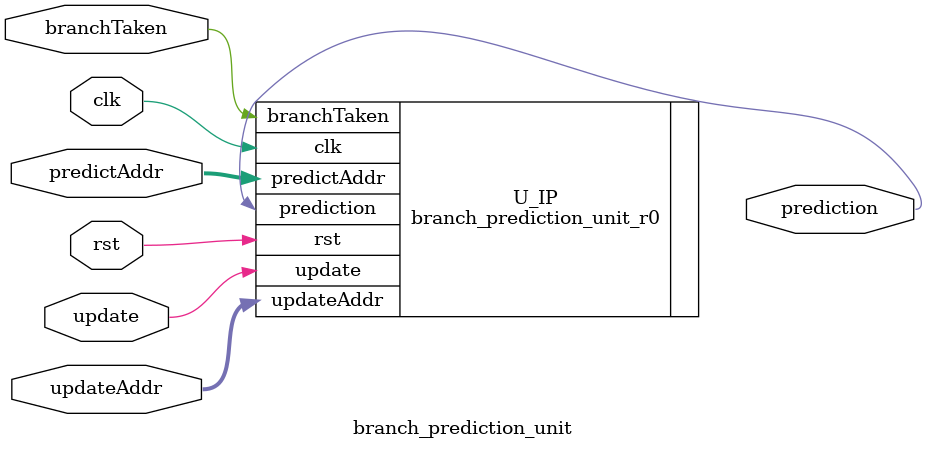
<source format=v>
/*
DESCRIPTION

NOTES

TODO

*/

module branch_prediction_unit #(
	parameter ADDR_WIDTH = 6,
	parameter DELAY = 0,
	parameter ARCH_SEL = 0
)(
  input clk,
	input rst,

  input [ADDR_WIDTH-1:0] predictAddr,

  input [ADDR_WIDTH-1:0] updateAddr,
  input branchTaken,
  input update,

  output prediction );

/**********
 * Internal Signals
**********/

/**********
 * Glue Logic
 **********/
/**********
 * Synchronous Logic
 **********/
/**********
 * Glue Logic
 **********/
/**********
 * Components
 **********/
 	branch_prediction_unit_r0 #(
		.ADDR_WIDTH(ADDR_WIDTH),
		.DELAY(DELAY)
	)U_IP(
		.clk(clk),
		.rst(rst),
		.predictAddr(predictAddr),
		.updateAddr(updateAddr),
		.branchTaken(branchTaken),
    .update(update),
		.prediction(prediction)
	);

/**********
 * Output Combinatorial Logic
 **********/
endmodule

</source>
